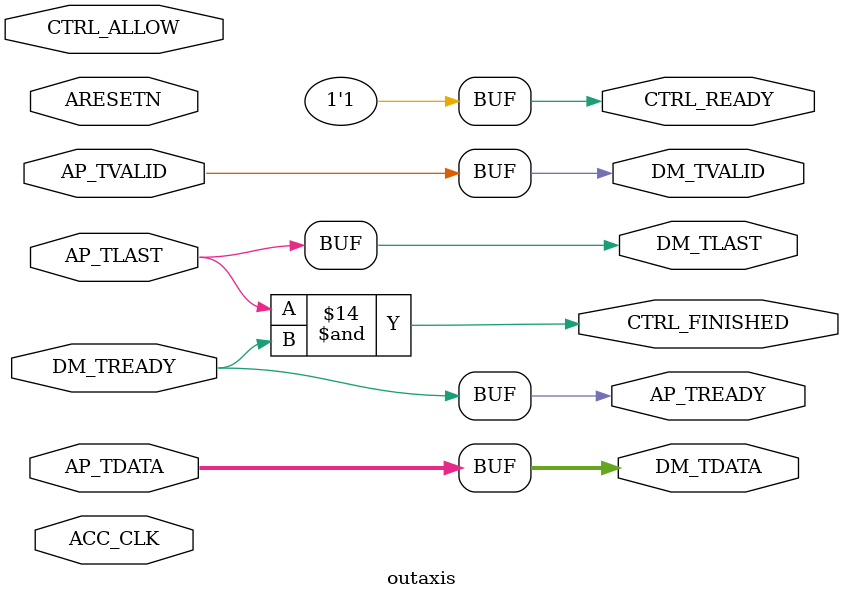
<source format=v>
`timescale 1ns / 1ps

module outaxis #(
    parameter DATA_WIDTH=64,
    parameter GEN_TLAST=0        //zero (0) use TLAST from accelerator, one (1) means generate the TLAST using ap_done
)(
    //Control interface
    input ACC_CLK,
    input ARESETN,
    input CTRL_ALLOW,       //Assert TLAST
    output CTRL_READY,      //Unused
    output CTRL_FINISHED,   //End of transfer
    //Data Motion AXIS
    output DM_TLAST,
    output DM_TVALID,
    output [DATA_WIDTH-1:0] DM_TDATA,
    input DM_TREADY,
    //Accelerator AXIS
    input AP_TLAST,	 
    output AP_TREADY,
    input [DATA_WIDTH-1:0] AP_TDATA,
    input AP_TVALID
    );
    
    reg [DATA_WIDTH-1:0] data_reg;      //temporary storage for data
    reg data_reg_vld;                   //data in reg is valid
    reg tlast;
    
    generate
       if(GEN_TLAST) begin
	 assign DM_TLAST = tlast;          //pass tlast out from register
         assign CTRL_FINISHED = (~tlast) & (~data_reg_vld);  //transfer is done after tlast & reg_vld are cleared (with both clocks)
         assign DM_TVALID = data_reg_vld & DM_TREADY & (AP_TVALID | tlast);
         assign DM_TDATA = data_reg;       //pass data out from register
         assign AP_TREADY = ~(data_reg_vld & (~DM_TREADY));   //if data in reg is valid, it's full
       end
       else begin
	 assign DM_TLAST = AP_TLAST;
         assign CTRL_FINISHED = AP_TLAST & DM_TREADY;
         assign DM_TVALID = AP_TVALID;
         assign DM_TDATA = AP_TDATA;
         assign AP_TREADY = DM_TREADY;       
       end
    endgenerate
   
    assign CTRL_READY = 1; //always ready
    
    //assign tlast on the control clock
    always @(posedge ACC_CLK) begin
        if(~ARESETN)
            tlast <= 0;
        else begin
            if(~tlast && CTRL_ALLOW)
                tlast <= 1;
            if(tlast && DM_TREADY)
                tlast <= 0;
        end
    end
    
    //assign reg_vld on the AXIS clock, and clock in data to reg
    always @(posedge ACC_CLK) begin
		if(~ARESETN) begin
			data_reg <= 32'hDEADBEEF;
			data_reg_vld <= 0;
		end
		else begin
			//latch data into reg
			if((~data_reg_vld) && AP_TVALID) begin //if reg is empty, & has FIFO data
				data_reg <= AP_TDATA;   //latch data
				data_reg_vld <= 1;      //data is valid
			end
			
			//send data out & latch in next data
			if(data_reg_vld && DM_TREADY && AP_TVALID)
		                data_reg <= AP_TDATA;      //read in next data
				
			//last data in reg is sent out
			if(data_reg_vld && DM_TREADY && tlast)
				data_reg_vld <= 0;
		end
    end
    
endmodule

// 67d7842dbbe25473c3c32b93c0da8047785f30d78e8a024de1b57352245f9689

</source>
